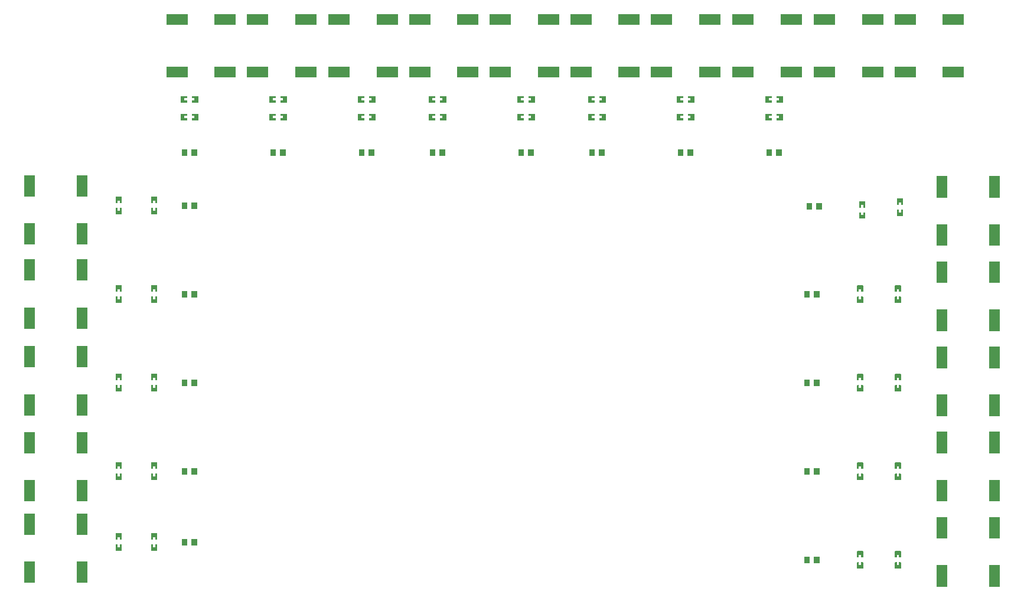
<source format=gtp>
G04 Layer: TopPasteMaskLayer*
G04 Gerber Generator version 0.2*
G04 Scale: 100 percent, Rotated: No, Reflected: No *
G04 Dimensions in millimeters *
G04 leading zeros omitted , absolute positions ,4 integer and 5 decimal *
%FSLAX45Y45*%
%MOMM*%

%ADD13R,1.5000X3.1000*%
%ADD14R,3.1000X1.5000*%

%LPD*%
G36*
X1230020Y5458510D02*
G01*
X1224991Y5453481D01*
X1224991Y5373522D01*
X1230020Y5368493D01*
X1252778Y5368493D01*
X1252778Y5405526D01*
X1285798Y5405526D01*
X1285798Y5368493D01*
X1309979Y5368493D01*
X1315008Y5373522D01*
X1315008Y5453481D01*
X1309979Y5458510D01*
G37*
G36*
X1230020Y5298490D02*
G01*
X1224991Y5293512D01*
X1224991Y5214518D01*
X1230020Y5209489D01*
X1309979Y5209489D01*
X1315008Y5214518D01*
X1315008Y5293512D01*
X1309979Y5298490D01*
X1285798Y5298490D01*
X1285798Y5260492D01*
X1252778Y5260492D01*
X1252778Y5298490D01*
G37*
G36*
X722020Y5458510D02*
G01*
X716991Y5453481D01*
X716991Y5373522D01*
X722020Y5368493D01*
X744778Y5368493D01*
X744778Y5405526D01*
X777798Y5405526D01*
X777798Y5368493D01*
X801979Y5368493D01*
X807008Y5373522D01*
X807008Y5453481D01*
X801979Y5458510D01*
G37*
G36*
X722020Y5298490D02*
G01*
X716991Y5293512D01*
X716991Y5214518D01*
X722020Y5209489D01*
X801979Y5209489D01*
X807008Y5214518D01*
X807008Y5293512D01*
X801979Y5298490D01*
X777798Y5298490D01*
X777798Y5260492D01*
X744778Y5260492D01*
X744778Y5298490D01*
G37*
G36*
X11380470Y5395010D02*
G01*
X11375491Y5389981D01*
X11375491Y5310022D01*
X11380470Y5304993D01*
X11403279Y5304993D01*
X11403279Y5342026D01*
X11436299Y5342026D01*
X11436299Y5304993D01*
X11460480Y5304993D01*
X11465458Y5310022D01*
X11465458Y5389981D01*
X11460480Y5395010D01*
G37*
G36*
X11380470Y5234990D02*
G01*
X11375491Y5230012D01*
X11375491Y5151018D01*
X11380470Y5145989D01*
X11460480Y5145989D01*
X11465458Y5151018D01*
X11465458Y5230012D01*
X11460480Y5234990D01*
X11436299Y5234990D01*
X11436299Y5196992D01*
X11403279Y5196992D01*
X11403279Y5234990D01*
G37*
G36*
X11923420Y5433110D02*
G01*
X11918391Y5428081D01*
X11918391Y5348122D01*
X11923420Y5343093D01*
X11946178Y5343093D01*
X11946178Y5380126D01*
X11979198Y5380126D01*
X11979198Y5343093D01*
X12003379Y5343093D01*
X12008408Y5348122D01*
X12008408Y5428081D01*
X12003379Y5433110D01*
G37*
G36*
X11923420Y5273090D02*
G01*
X11918391Y5268112D01*
X11918391Y5189118D01*
X11923420Y5184089D01*
X12003379Y5184089D01*
X12008408Y5189118D01*
X12008408Y5268112D01*
X12003379Y5273090D01*
X11979198Y5273090D01*
X11979198Y5235092D01*
X11946178Y5235092D01*
X11946178Y5273090D01*
G37*
G36*
X11351920Y4188510D02*
G01*
X11346891Y4183481D01*
X11346891Y4103522D01*
X11351920Y4098493D01*
X11374678Y4098493D01*
X11374678Y4135526D01*
X11407698Y4135526D01*
X11407698Y4098493D01*
X11431879Y4098493D01*
X11436908Y4103522D01*
X11436908Y4183481D01*
X11431879Y4188510D01*
G37*
G36*
X11351920Y4028490D02*
G01*
X11346891Y4023512D01*
X11346891Y3944518D01*
X11351920Y3939489D01*
X11431879Y3939489D01*
X11436908Y3944518D01*
X11436908Y4023512D01*
X11431879Y4028490D01*
X11407698Y4028490D01*
X11407698Y3990492D01*
X11374678Y3990492D01*
X11374678Y4028490D01*
G37*
G36*
X11894820Y4188510D02*
G01*
X11889841Y4183481D01*
X11889841Y4103522D01*
X11894820Y4098493D01*
X11917629Y4098493D01*
X11917629Y4135526D01*
X11950649Y4135526D01*
X11950649Y4098493D01*
X11974830Y4098493D01*
X11979808Y4103522D01*
X11979808Y4183481D01*
X11974830Y4188510D01*
G37*
G36*
X11894820Y4028490D02*
G01*
X11889841Y4023512D01*
X11889841Y3944518D01*
X11894820Y3939489D01*
X11974830Y3939489D01*
X11979808Y3944518D01*
X11979808Y4023512D01*
X11974830Y4028490D01*
X11950649Y4028490D01*
X11950649Y3990492D01*
X11917629Y3990492D01*
X11917629Y4028490D01*
G37*
G36*
X11351920Y2918510D02*
G01*
X11346891Y2913481D01*
X11346891Y2833522D01*
X11351920Y2828493D01*
X11374678Y2828493D01*
X11374678Y2865526D01*
X11407698Y2865526D01*
X11407698Y2828493D01*
X11431879Y2828493D01*
X11436908Y2833522D01*
X11436908Y2913481D01*
X11431879Y2918510D01*
G37*
G36*
X11351920Y2758490D02*
G01*
X11346891Y2753512D01*
X11346891Y2674518D01*
X11351920Y2669489D01*
X11431879Y2669489D01*
X11436908Y2674518D01*
X11436908Y2753512D01*
X11431879Y2758490D01*
X11407698Y2758490D01*
X11407698Y2720492D01*
X11374678Y2720492D01*
X11374678Y2758490D01*
G37*
G36*
X11894820Y2918510D02*
G01*
X11889841Y2913481D01*
X11889841Y2833522D01*
X11894820Y2828493D01*
X11917629Y2828493D01*
X11917629Y2865526D01*
X11950649Y2865526D01*
X11950649Y2828493D01*
X11974830Y2828493D01*
X11979808Y2833522D01*
X11979808Y2913481D01*
X11974830Y2918510D01*
G37*
G36*
X11894820Y2758490D02*
G01*
X11889841Y2753512D01*
X11889841Y2674518D01*
X11894820Y2669489D01*
X11974830Y2669489D01*
X11979808Y2674518D01*
X11979808Y2753512D01*
X11974830Y2758490D01*
X11950649Y2758490D01*
X11950649Y2720492D01*
X11917629Y2720492D01*
X11917629Y2758490D01*
G37*
G36*
X11894820Y1648510D02*
G01*
X11889841Y1643481D01*
X11889841Y1563522D01*
X11894820Y1558493D01*
X11917629Y1558493D01*
X11917629Y1595526D01*
X11950649Y1595526D01*
X11950649Y1558493D01*
X11974830Y1558493D01*
X11979808Y1563522D01*
X11979808Y1643481D01*
X11974830Y1648510D01*
G37*
G36*
X11894820Y1488490D02*
G01*
X11889841Y1483512D01*
X11889841Y1404518D01*
X11894820Y1399489D01*
X11974830Y1399489D01*
X11979808Y1404518D01*
X11979808Y1483512D01*
X11974830Y1488490D01*
X11950649Y1488490D01*
X11950649Y1450492D01*
X11917629Y1450492D01*
X11917629Y1488490D01*
G37*
G36*
X11351920Y1648510D02*
G01*
X11346891Y1643481D01*
X11346891Y1563522D01*
X11351920Y1558493D01*
X11374678Y1558493D01*
X11374678Y1595526D01*
X11407698Y1595526D01*
X11407698Y1558493D01*
X11431879Y1558493D01*
X11436908Y1563522D01*
X11436908Y1643481D01*
X11431879Y1648510D01*
G37*
G36*
X11351920Y1488490D02*
G01*
X11346891Y1483512D01*
X11346891Y1404518D01*
X11351920Y1399489D01*
X11431879Y1399489D01*
X11436908Y1404518D01*
X11436908Y1483512D01*
X11431879Y1488490D01*
X11407698Y1488490D01*
X11407698Y1450492D01*
X11374678Y1450492D01*
X11374678Y1488490D01*
G37*
G36*
X11894820Y378510D02*
G01*
X11889841Y373481D01*
X11889841Y293522D01*
X11894820Y288493D01*
X11917629Y288493D01*
X11917629Y325526D01*
X11950649Y325526D01*
X11950649Y288493D01*
X11974830Y288493D01*
X11979808Y293522D01*
X11979808Y373481D01*
X11974830Y378510D01*
G37*
G36*
X11894820Y218490D02*
G01*
X11889841Y213512D01*
X11889841Y134518D01*
X11894820Y129489D01*
X11974830Y129489D01*
X11979808Y134518D01*
X11979808Y213512D01*
X11974830Y218490D01*
X11950649Y218490D01*
X11950649Y180492D01*
X11917629Y180492D01*
X11917629Y218490D01*
G37*
G36*
X11351920Y378510D02*
G01*
X11346891Y373481D01*
X11346891Y293522D01*
X11351920Y288493D01*
X11374678Y288493D01*
X11374678Y325526D01*
X11407698Y325526D01*
X11407698Y288493D01*
X11431879Y288493D01*
X11436908Y293522D01*
X11436908Y373481D01*
X11431879Y378510D01*
G37*
G36*
X11351920Y218490D02*
G01*
X11346891Y213512D01*
X11346891Y134518D01*
X11351920Y129489D01*
X11431879Y129489D01*
X11436908Y134518D01*
X11436908Y213512D01*
X11431879Y218490D01*
X11407698Y218490D01*
X11407698Y180492D01*
X11374678Y180492D01*
X11374678Y218490D01*
G37*
G36*
X722020Y4188510D02*
G01*
X716991Y4183481D01*
X716991Y4103522D01*
X722020Y4098493D01*
X744778Y4098493D01*
X744778Y4135526D01*
X777798Y4135526D01*
X777798Y4098493D01*
X801979Y4098493D01*
X807008Y4103522D01*
X807008Y4183481D01*
X801979Y4188510D01*
G37*
G36*
X722020Y4028490D02*
G01*
X716991Y4023512D01*
X716991Y3944518D01*
X722020Y3939489D01*
X801979Y3939489D01*
X807008Y3944518D01*
X807008Y4023512D01*
X801979Y4028490D01*
X777798Y4028490D01*
X777798Y3990492D01*
X744778Y3990492D01*
X744778Y4028490D01*
G37*
G36*
X1230020Y4188510D02*
G01*
X1224991Y4183481D01*
X1224991Y4103522D01*
X1230020Y4098493D01*
X1252778Y4098493D01*
X1252778Y4135526D01*
X1285798Y4135526D01*
X1285798Y4098493D01*
X1309979Y4098493D01*
X1315008Y4103522D01*
X1315008Y4183481D01*
X1309979Y4188510D01*
G37*
G36*
X1230020Y4028490D02*
G01*
X1224991Y4023512D01*
X1224991Y3944518D01*
X1230020Y3939489D01*
X1309979Y3939489D01*
X1315008Y3944518D01*
X1315008Y4023512D01*
X1309979Y4028490D01*
X1285798Y4028490D01*
X1285798Y3990492D01*
X1252778Y3990492D01*
X1252778Y4028490D01*
G37*
G36*
X1230020Y2918510D02*
G01*
X1224991Y2913481D01*
X1224991Y2833522D01*
X1230020Y2828493D01*
X1252778Y2828493D01*
X1252778Y2865526D01*
X1285798Y2865526D01*
X1285798Y2828493D01*
X1309979Y2828493D01*
X1315008Y2833522D01*
X1315008Y2913481D01*
X1309979Y2918510D01*
G37*
G36*
X1230020Y2758490D02*
G01*
X1224991Y2753512D01*
X1224991Y2674518D01*
X1230020Y2669489D01*
X1309979Y2669489D01*
X1315008Y2674518D01*
X1315008Y2753512D01*
X1309979Y2758490D01*
X1285798Y2758490D01*
X1285798Y2720492D01*
X1252778Y2720492D01*
X1252778Y2758490D01*
G37*
G36*
X722020Y2918510D02*
G01*
X716991Y2913481D01*
X716991Y2833522D01*
X722020Y2828493D01*
X744778Y2828493D01*
X744778Y2865526D01*
X777798Y2865526D01*
X777798Y2828493D01*
X801979Y2828493D01*
X807008Y2833522D01*
X807008Y2913481D01*
X801979Y2918510D01*
G37*
G36*
X722020Y2758490D02*
G01*
X716991Y2753512D01*
X716991Y2674518D01*
X722020Y2669489D01*
X801979Y2669489D01*
X807008Y2674518D01*
X807008Y2753512D01*
X801979Y2758490D01*
X777798Y2758490D01*
X777798Y2720492D01*
X744778Y2720492D01*
X744778Y2758490D01*
G37*
G36*
X722020Y1648510D02*
G01*
X716991Y1643481D01*
X716991Y1563522D01*
X722020Y1558493D01*
X744778Y1558493D01*
X744778Y1595526D01*
X777798Y1595526D01*
X777798Y1558493D01*
X801979Y1558493D01*
X807008Y1563522D01*
X807008Y1643481D01*
X801979Y1648510D01*
G37*
G36*
X722020Y1488490D02*
G01*
X716991Y1483512D01*
X716991Y1404518D01*
X722020Y1399489D01*
X801979Y1399489D01*
X807008Y1404518D01*
X807008Y1483512D01*
X801979Y1488490D01*
X777798Y1488490D01*
X777798Y1450492D01*
X744778Y1450492D01*
X744778Y1488490D01*
G37*
G36*
X1230020Y1648510D02*
G01*
X1224991Y1643481D01*
X1224991Y1563522D01*
X1230020Y1558493D01*
X1252778Y1558493D01*
X1252778Y1595526D01*
X1285798Y1595526D01*
X1285798Y1558493D01*
X1309979Y1558493D01*
X1315008Y1563522D01*
X1315008Y1643481D01*
X1309979Y1648510D01*
G37*
G36*
X1230020Y1488490D02*
G01*
X1224991Y1483512D01*
X1224991Y1404518D01*
X1230020Y1399489D01*
X1309979Y1399489D01*
X1315008Y1404518D01*
X1315008Y1483512D01*
X1309979Y1488490D01*
X1285798Y1488490D01*
X1285798Y1450492D01*
X1252778Y1450492D01*
X1252778Y1488490D01*
G37*
G36*
X722020Y632510D02*
G01*
X716991Y627481D01*
X716991Y547522D01*
X722020Y542493D01*
X744778Y542493D01*
X744778Y579526D01*
X777798Y579526D01*
X777798Y542493D01*
X801979Y542493D01*
X807008Y547522D01*
X807008Y627481D01*
X801979Y632510D01*
G37*
G36*
X722020Y472490D02*
G01*
X716991Y467512D01*
X716991Y388518D01*
X722020Y383489D01*
X801979Y383489D01*
X807008Y388518D01*
X807008Y467512D01*
X801979Y472490D01*
X777798Y472490D01*
X777798Y434492D01*
X744778Y434492D01*
X744778Y472490D01*
G37*
G36*
X1230020Y632510D02*
G01*
X1224991Y627481D01*
X1224991Y547522D01*
X1230020Y542493D01*
X1252778Y542493D01*
X1252778Y579526D01*
X1285798Y579526D01*
X1285798Y542493D01*
X1309979Y542493D01*
X1315008Y547522D01*
X1315008Y627481D01*
X1309979Y632510D01*
G37*
G36*
X1230020Y472490D02*
G01*
X1224991Y467512D01*
X1224991Y388518D01*
X1230020Y383489D01*
X1309979Y383489D01*
X1315008Y388518D01*
X1315008Y467512D01*
X1309979Y472490D01*
X1285798Y472490D01*
X1285798Y434492D01*
X1252778Y434492D01*
X1252778Y472490D01*
G37*
G36*
X1817522Y6649008D02*
G01*
X1812493Y6643979D01*
X1812493Y6621221D01*
X1849526Y6621221D01*
X1849526Y6588201D01*
X1812493Y6588201D01*
X1812493Y6564020D01*
X1817522Y6558991D01*
X1897481Y6558991D01*
X1902510Y6564020D01*
X1902510Y6643979D01*
X1897481Y6649008D01*
G37*
G36*
X1658518Y6649008D02*
G01*
X1653489Y6643979D01*
X1653489Y6564020D01*
X1658518Y6558991D01*
X1737512Y6558991D01*
X1742490Y6564020D01*
X1742490Y6588201D01*
X1704492Y6588201D01*
X1704492Y6621221D01*
X1742490Y6621221D01*
X1742490Y6643979D01*
X1737512Y6649008D01*
G37*
G36*
X1817522Y6903008D02*
G01*
X1812493Y6897979D01*
X1812493Y6875221D01*
X1849526Y6875221D01*
X1849526Y6842201D01*
X1812493Y6842201D01*
X1812493Y6818020D01*
X1817522Y6812991D01*
X1897481Y6812991D01*
X1902510Y6818020D01*
X1902510Y6897979D01*
X1897481Y6903008D01*
G37*
G36*
X1658518Y6903008D02*
G01*
X1653489Y6897979D01*
X1653489Y6818020D01*
X1658518Y6812991D01*
X1737512Y6812991D01*
X1742490Y6818020D01*
X1742490Y6842201D01*
X1704492Y6842201D01*
X1704492Y6875221D01*
X1742490Y6875221D01*
X1742490Y6897979D01*
X1737512Y6903008D01*
G37*
G36*
X3087522Y6903008D02*
G01*
X3082493Y6897979D01*
X3082493Y6875221D01*
X3119475Y6875221D01*
X3119475Y6842201D01*
X3082493Y6842201D01*
X3082493Y6818020D01*
X3087522Y6812991D01*
X3167481Y6812991D01*
X3172510Y6818020D01*
X3172510Y6897979D01*
X3167481Y6903008D01*
G37*
G36*
X2928518Y6903008D02*
G01*
X2923489Y6897979D01*
X2923489Y6818020D01*
X2928518Y6812991D01*
X3007512Y6812991D01*
X3012490Y6818020D01*
X3012490Y6842201D01*
X2974492Y6842201D01*
X2974492Y6875221D01*
X3012490Y6875221D01*
X3012490Y6897979D01*
X3007512Y6903008D01*
G37*
G36*
X3087522Y6649008D02*
G01*
X3082493Y6643979D01*
X3082493Y6621221D01*
X3119475Y6621221D01*
X3119475Y6588201D01*
X3082493Y6588201D01*
X3082493Y6564020D01*
X3087522Y6558991D01*
X3167481Y6558991D01*
X3172510Y6564020D01*
X3172510Y6643979D01*
X3167481Y6649008D01*
G37*
G36*
X2928518Y6649008D02*
G01*
X2923489Y6643979D01*
X2923489Y6564020D01*
X2928518Y6558991D01*
X3007512Y6558991D01*
X3012490Y6564020D01*
X3012490Y6588201D01*
X2974492Y6588201D01*
X2974492Y6621221D01*
X3012490Y6621221D01*
X3012490Y6643979D01*
X3007512Y6649008D01*
G37*
G36*
X4357522Y6903008D02*
G01*
X4352493Y6897979D01*
X4352493Y6875221D01*
X4389475Y6875221D01*
X4389475Y6842201D01*
X4352493Y6842201D01*
X4352493Y6818020D01*
X4357522Y6812991D01*
X4437481Y6812991D01*
X4442510Y6818020D01*
X4442510Y6897979D01*
X4437481Y6903008D01*
G37*
G36*
X4198518Y6903008D02*
G01*
X4193489Y6897979D01*
X4193489Y6818020D01*
X4198518Y6812991D01*
X4277512Y6812991D01*
X4282490Y6818020D01*
X4282490Y6842201D01*
X4244492Y6842201D01*
X4244492Y6875221D01*
X4282490Y6875221D01*
X4282490Y6897979D01*
X4277512Y6903008D01*
G37*
G36*
X4357522Y6649008D02*
G01*
X4352493Y6643979D01*
X4352493Y6621221D01*
X4389475Y6621221D01*
X4389475Y6588201D01*
X4352493Y6588201D01*
X4352493Y6564020D01*
X4357522Y6558991D01*
X4437481Y6558991D01*
X4442510Y6564020D01*
X4442510Y6643979D01*
X4437481Y6649008D01*
G37*
G36*
X4198518Y6649008D02*
G01*
X4193489Y6643979D01*
X4193489Y6564020D01*
X4198518Y6558991D01*
X4277512Y6558991D01*
X4282490Y6564020D01*
X4282490Y6588201D01*
X4244492Y6588201D01*
X4244492Y6621221D01*
X4282490Y6621221D01*
X4282490Y6643979D01*
X4277512Y6649008D01*
G37*
G36*
X5373522Y6903008D02*
G01*
X5368493Y6897979D01*
X5368493Y6875221D01*
X5405475Y6875221D01*
X5405475Y6842201D01*
X5368493Y6842201D01*
X5368493Y6818020D01*
X5373522Y6812991D01*
X5453481Y6812991D01*
X5458510Y6818020D01*
X5458510Y6897979D01*
X5453481Y6903008D01*
G37*
G36*
X5214518Y6903008D02*
G01*
X5209489Y6897979D01*
X5209489Y6818020D01*
X5214518Y6812991D01*
X5293512Y6812991D01*
X5298490Y6818020D01*
X5298490Y6842201D01*
X5260492Y6842201D01*
X5260492Y6875221D01*
X5298490Y6875221D01*
X5298490Y6897979D01*
X5293512Y6903008D01*
G37*
G36*
X5373522Y6649008D02*
G01*
X5368493Y6643979D01*
X5368493Y6621221D01*
X5405475Y6621221D01*
X5405475Y6588201D01*
X5368493Y6588201D01*
X5368493Y6564020D01*
X5373522Y6558991D01*
X5453481Y6558991D01*
X5458510Y6564020D01*
X5458510Y6643979D01*
X5453481Y6649008D01*
G37*
G36*
X5214518Y6649008D02*
G01*
X5209489Y6643979D01*
X5209489Y6564020D01*
X5214518Y6558991D01*
X5293512Y6558991D01*
X5298490Y6564020D01*
X5298490Y6588201D01*
X5260492Y6588201D01*
X5260492Y6621221D01*
X5298490Y6621221D01*
X5298490Y6643979D01*
X5293512Y6649008D01*
G37*
G36*
X6643522Y6903008D02*
G01*
X6638493Y6897979D01*
X6638493Y6875221D01*
X6675475Y6875221D01*
X6675475Y6842201D01*
X6638493Y6842201D01*
X6638493Y6818020D01*
X6643522Y6812991D01*
X6723481Y6812991D01*
X6728510Y6818020D01*
X6728510Y6897979D01*
X6723481Y6903008D01*
G37*
G36*
X6484518Y6903008D02*
G01*
X6479489Y6897979D01*
X6479489Y6818020D01*
X6484518Y6812991D01*
X6563512Y6812991D01*
X6568490Y6818020D01*
X6568490Y6842201D01*
X6530492Y6842201D01*
X6530492Y6875221D01*
X6568490Y6875221D01*
X6568490Y6897979D01*
X6563512Y6903008D01*
G37*
G36*
X6643522Y6649008D02*
G01*
X6638493Y6643979D01*
X6638493Y6621221D01*
X6675475Y6621221D01*
X6675475Y6588201D01*
X6638493Y6588201D01*
X6638493Y6564020D01*
X6643522Y6558991D01*
X6723481Y6558991D01*
X6728510Y6564020D01*
X6728510Y6643979D01*
X6723481Y6649008D01*
G37*
G36*
X6484518Y6649008D02*
G01*
X6479489Y6643979D01*
X6479489Y6564020D01*
X6484518Y6558991D01*
X6563512Y6558991D01*
X6568490Y6564020D01*
X6568490Y6588201D01*
X6530492Y6588201D01*
X6530492Y6621221D01*
X6568490Y6621221D01*
X6568490Y6643979D01*
X6563512Y6649008D01*
G37*
G36*
X7659522Y6903008D02*
G01*
X7654493Y6897979D01*
X7654493Y6875221D01*
X7691475Y6875221D01*
X7691475Y6842201D01*
X7654493Y6842201D01*
X7654493Y6818020D01*
X7659522Y6812991D01*
X7739481Y6812991D01*
X7744510Y6818020D01*
X7744510Y6897979D01*
X7739481Y6903008D01*
G37*
G36*
X7500518Y6903008D02*
G01*
X7495489Y6897979D01*
X7495489Y6818020D01*
X7500518Y6812991D01*
X7579512Y6812991D01*
X7584490Y6818020D01*
X7584490Y6842201D01*
X7546492Y6842201D01*
X7546492Y6875221D01*
X7584490Y6875221D01*
X7584490Y6897979D01*
X7579512Y6903008D01*
G37*
G36*
X7659522Y6649008D02*
G01*
X7654493Y6643979D01*
X7654493Y6621221D01*
X7691475Y6621221D01*
X7691475Y6588201D01*
X7654493Y6588201D01*
X7654493Y6564020D01*
X7659522Y6558991D01*
X7739481Y6558991D01*
X7744510Y6564020D01*
X7744510Y6643979D01*
X7739481Y6649008D01*
G37*
G36*
X7500518Y6649008D02*
G01*
X7495489Y6643979D01*
X7495489Y6564020D01*
X7500518Y6558991D01*
X7579512Y6558991D01*
X7584490Y6564020D01*
X7584490Y6588201D01*
X7546492Y6588201D01*
X7546492Y6621221D01*
X7584490Y6621221D01*
X7584490Y6643979D01*
X7579512Y6649008D01*
G37*
G36*
X8929522Y6903008D02*
G01*
X8924493Y6897979D01*
X8924493Y6875221D01*
X8961475Y6875221D01*
X8961475Y6842201D01*
X8924493Y6842201D01*
X8924493Y6818020D01*
X8929522Y6812991D01*
X9009481Y6812991D01*
X9014510Y6818020D01*
X9014510Y6897979D01*
X9009481Y6903008D01*
G37*
G36*
X8770518Y6903008D02*
G01*
X8765489Y6897979D01*
X8765489Y6818020D01*
X8770518Y6812991D01*
X8849512Y6812991D01*
X8854490Y6818020D01*
X8854490Y6842201D01*
X8816492Y6842201D01*
X8816492Y6875221D01*
X8854490Y6875221D01*
X8854490Y6897979D01*
X8849512Y6903008D01*
G37*
G36*
X8929522Y6649008D02*
G01*
X8924493Y6643979D01*
X8924493Y6621221D01*
X8961475Y6621221D01*
X8961475Y6588201D01*
X8924493Y6588201D01*
X8924493Y6564020D01*
X8929522Y6558991D01*
X9009481Y6558991D01*
X9014510Y6564020D01*
X9014510Y6643979D01*
X9009481Y6649008D01*
G37*
G36*
X8770518Y6649008D02*
G01*
X8765489Y6643979D01*
X8765489Y6564020D01*
X8770518Y6558991D01*
X8849512Y6558991D01*
X8854490Y6564020D01*
X8854490Y6588201D01*
X8816492Y6588201D01*
X8816492Y6621221D01*
X8854490Y6621221D01*
X8854490Y6643979D01*
X8849512Y6649008D01*
G37*
G36*
X10199522Y6903008D02*
G01*
X10194493Y6897979D01*
X10194493Y6875221D01*
X10231475Y6875221D01*
X10231475Y6842201D01*
X10194493Y6842201D01*
X10194493Y6818020D01*
X10199522Y6812991D01*
X10279481Y6812991D01*
X10284510Y6818020D01*
X10284510Y6897979D01*
X10279481Y6903008D01*
G37*
G36*
X10040518Y6903008D02*
G01*
X10035489Y6897979D01*
X10035489Y6818020D01*
X10040518Y6812991D01*
X10119512Y6812991D01*
X10124490Y6818020D01*
X10124490Y6842201D01*
X10086492Y6842201D01*
X10086492Y6875221D01*
X10124490Y6875221D01*
X10124490Y6897979D01*
X10119512Y6903008D01*
G37*
G36*
X10199522Y6649008D02*
G01*
X10194493Y6643979D01*
X10194493Y6621221D01*
X10231475Y6621221D01*
X10231475Y6588201D01*
X10194493Y6588201D01*
X10194493Y6564020D01*
X10199522Y6558991D01*
X10279481Y6558991D01*
X10284510Y6564020D01*
X10284510Y6643979D01*
X10279481Y6649008D01*
G37*
G36*
X10040518Y6649008D02*
G01*
X10035489Y6643979D01*
X10035489Y6564020D01*
X10040518Y6558991D01*
X10119512Y6558991D01*
X10124490Y6564020D01*
X10124490Y6588201D01*
X10086492Y6588201D01*
X10086492Y6621221D01*
X10124490Y6621221D01*
X10124490Y6643979D01*
X10119512Y6649008D01*
G37*
G36*
X1807999Y5379001D02*
G01*
X1887999Y5379001D01*
X1887999Y5288998D01*
X1807999Y5288998D01*
G37*
G36*
X1668000Y5379001D02*
G01*
X1748000Y5379001D01*
X1748000Y5288998D01*
X1668000Y5288998D01*
G37*
G36*
X10764674Y5366301D02*
G01*
X10844674Y5366301D01*
X10844674Y5276298D01*
X10764674Y5276298D01*
G37*
G36*
X10624675Y5366301D02*
G01*
X10704675Y5366301D01*
X10704675Y5276298D01*
X10624675Y5276298D01*
G37*
G36*
X10729749Y4109001D02*
G01*
X10809749Y4109001D01*
X10809749Y4018998D01*
X10729749Y4018998D01*
G37*
G36*
X10589750Y4109001D02*
G01*
X10669750Y4109001D01*
X10669750Y4018998D01*
X10589750Y4018998D01*
G37*
G36*
X10729749Y2839001D02*
G01*
X10809749Y2839001D01*
X10809749Y2748998D01*
X10729749Y2748998D01*
G37*
G36*
X10589750Y2839001D02*
G01*
X10669750Y2839001D01*
X10669750Y2748998D01*
X10589750Y2748998D01*
G37*
G36*
X10729749Y1569001D02*
G01*
X10809749Y1569001D01*
X10809749Y1478998D01*
X10729749Y1478998D01*
G37*
G36*
X10589750Y1569001D02*
G01*
X10669750Y1569001D01*
X10669750Y1478998D01*
X10589750Y1478998D01*
G37*
G36*
X10729749Y299001D02*
G01*
X10809749Y299001D01*
X10809749Y208998D01*
X10729749Y208998D01*
G37*
G36*
X10589750Y299001D02*
G01*
X10669750Y299001D01*
X10669750Y208998D01*
X10589750Y208998D01*
G37*
G36*
X1807999Y4109001D02*
G01*
X1887999Y4109001D01*
X1887999Y4018998D01*
X1807999Y4018998D01*
G37*
G36*
X1668000Y4109001D02*
G01*
X1748000Y4109001D01*
X1748000Y4018998D01*
X1668000Y4018998D01*
G37*
G36*
X1807999Y2839001D02*
G01*
X1887999Y2839001D01*
X1887999Y2748998D01*
X1807999Y2748998D01*
G37*
G36*
X1668000Y2839001D02*
G01*
X1748000Y2839001D01*
X1748000Y2748998D01*
X1668000Y2748998D01*
G37*
G36*
X1807999Y1569001D02*
G01*
X1887999Y1569001D01*
X1887999Y1478998D01*
X1807999Y1478998D01*
G37*
G36*
X1668000Y1569001D02*
G01*
X1748000Y1569001D01*
X1748000Y1478998D01*
X1668000Y1478998D01*
G37*
G36*
X1807999Y553001D02*
G01*
X1887999Y553001D01*
X1887999Y462998D01*
X1807999Y462998D01*
G37*
G36*
X1668000Y553001D02*
G01*
X1748000Y553001D01*
X1748000Y462998D01*
X1668000Y462998D01*
G37*
G36*
X1807999Y6141001D02*
G01*
X1887999Y6141001D01*
X1887999Y6050998D01*
X1807999Y6050998D01*
G37*
G36*
X1668000Y6141001D02*
G01*
X1748000Y6141001D01*
X1748000Y6050998D01*
X1668000Y6050998D01*
G37*
G36*
X3077999Y6141001D02*
G01*
X3157999Y6141001D01*
X3157999Y6050998D01*
X3077999Y6050998D01*
G37*
G36*
X2938000Y6141001D02*
G01*
X3018000Y6141001D01*
X3018000Y6050998D01*
X2938000Y6050998D01*
G37*
G36*
X4347999Y6141001D02*
G01*
X4427999Y6141001D01*
X4427999Y6050998D01*
X4347999Y6050998D01*
G37*
G36*
X4208000Y6141001D02*
G01*
X4288000Y6141001D01*
X4288000Y6050998D01*
X4208000Y6050998D01*
G37*
G36*
X5363999Y6141001D02*
G01*
X5443999Y6141001D01*
X5443999Y6050998D01*
X5363999Y6050998D01*
G37*
G36*
X5224000Y6141001D02*
G01*
X5304000Y6141001D01*
X5304000Y6050998D01*
X5224000Y6050998D01*
G37*
G36*
X6633999Y6141001D02*
G01*
X6713999Y6141001D01*
X6713999Y6050998D01*
X6633999Y6050998D01*
G37*
G36*
X6494000Y6141001D02*
G01*
X6574000Y6141001D01*
X6574000Y6050998D01*
X6494000Y6050998D01*
G37*
G36*
X7649999Y6141001D02*
G01*
X7729999Y6141001D01*
X7729999Y6050998D01*
X7649999Y6050998D01*
G37*
G36*
X7510000Y6141001D02*
G01*
X7590000Y6141001D01*
X7590000Y6050998D01*
X7510000Y6050998D01*
G37*
G36*
X8919999Y6141001D02*
G01*
X8999999Y6141001D01*
X8999999Y6050998D01*
X8919999Y6050998D01*
G37*
G36*
X8780000Y6141001D02*
G01*
X8860000Y6141001D01*
X8860000Y6050998D01*
X8780000Y6050998D01*
G37*
G36*
X10189999Y6141001D02*
G01*
X10269999Y6141001D01*
X10269999Y6050998D01*
X10189999Y6050998D01*
G37*
G36*
X10050000Y6141001D02*
G01*
X10130000Y6141001D01*
X10130000Y6050998D01*
X10050000Y6050998D01*
G37*
G36*
X12491303Y178300D02*
G01*
X12641305Y178300D01*
X12641305Y-131701D01*
X12491303Y-131701D01*
G37*
G36*
X13241304Y868301D02*
G01*
X13391306Y868301D01*
X13391306Y558299D01*
X13241304Y558299D01*
G37*
G36*
X12491303Y868301D02*
G01*
X12641305Y868301D01*
X12641305Y558299D01*
X12491303Y558299D01*
G37*
G36*
X13241304Y178300D02*
G01*
X13391306Y178300D01*
X13391306Y-131701D01*
X13241304Y-131701D01*
G37*
G36*
X12491303Y1400675D02*
G01*
X12641305Y1400675D01*
X12641305Y1090673D01*
X12491303Y1090673D01*
G37*
G36*
X13241304Y2090676D02*
G01*
X13391306Y2090676D01*
X13391306Y1780674D01*
X13241304Y1780674D01*
G37*
G36*
X12491303Y2090676D02*
G01*
X12641305Y2090676D01*
X12641305Y1780674D01*
X12491303Y1780674D01*
G37*
G36*
X13241304Y1400675D02*
G01*
X13391306Y1400675D01*
X13391306Y1090673D01*
X13241304Y1090673D01*
G37*
G36*
X12491303Y2623050D02*
G01*
X12641305Y2623050D01*
X12641305Y2313048D01*
X12491303Y2313048D01*
G37*
G36*
X13241304Y3313051D02*
G01*
X13391306Y3313051D01*
X13391306Y3003049D01*
X13241304Y3003049D01*
G37*
G36*
X12491303Y3313051D02*
G01*
X12641305Y3313051D01*
X12641305Y3003049D01*
X12491303Y3003049D01*
G37*
G36*
X13241304Y2623050D02*
G01*
X13391306Y2623050D01*
X13391306Y2313048D01*
X13241304Y2313048D01*
G37*
G36*
X12491303Y3845425D02*
G01*
X12641305Y3845425D01*
X12641305Y3535423D01*
X12491303Y3535423D01*
G37*
G36*
X13241304Y4535426D02*
G01*
X13391306Y4535426D01*
X13391306Y4225424D01*
X13241304Y4225424D01*
G37*
G36*
X12491303Y4535426D02*
G01*
X12641305Y4535426D01*
X12641305Y4225424D01*
X12491303Y4225424D01*
G37*
G36*
X13241304Y3845425D02*
G01*
X13391306Y3845425D01*
X13391306Y3535423D01*
X13241304Y3535423D01*
G37*
G36*
X12491303Y5067800D02*
G01*
X12641305Y5067800D01*
X12641305Y4757798D01*
X12491303Y4757798D01*
G37*
G36*
X13241304Y5757801D02*
G01*
X13391306Y5757801D01*
X13391306Y5447799D01*
X13241304Y5447799D01*
G37*
G36*
X12491303Y5757801D02*
G01*
X12641305Y5757801D01*
X12641305Y5447799D01*
X12491303Y5447799D01*
G37*
G36*
X13241304Y5067800D02*
G01*
X13391306Y5067800D01*
X13391306Y4757798D01*
X13241304Y4757798D01*
G37*
D13*
G01*
X235305Y5615508D03*
G01*
X-514705Y4925491D03*
G01*
X235305Y4925491D03*
G01*
X-514705Y5615508D03*
G01*
X235305Y4409008D03*
G01*
X-514705Y3718991D03*
G01*
X235305Y3718991D03*
G01*
X-514705Y4409008D03*
G01*
X235305Y3164408D03*
G01*
X-514705Y2474391D03*
G01*
X235305Y2474391D03*
G01*
X-514705Y3164408D03*
G01*
X235305Y1932508D03*
G01*
X-514705Y1242491D03*
G01*
X235305Y1242491D03*
G01*
X-514705Y1932508D03*
G01*
X235305Y764108D03*
G01*
X-514705Y74091D03*
G01*
X235305Y74091D03*
G01*
X-514705Y764108D03*
D14*
G01*
X2288108Y7250937D03*
G01*
X1598091Y8000949D03*
G01*
X1598091Y7250937D03*
G01*
X2288108Y8000949D03*
G01*
X3443808Y7250937D03*
G01*
X2753791Y8000949D03*
G01*
X2753791Y7250937D03*
G01*
X3443808Y8000949D03*
G01*
X4612208Y7250937D03*
G01*
X3922191Y8000949D03*
G01*
X3922191Y7250937D03*
G01*
X4612208Y8000949D03*
G01*
X5767908Y7250937D03*
G01*
X5077891Y8000949D03*
G01*
X5077891Y7250937D03*
G01*
X5767908Y8000949D03*
G01*
X6923608Y7250937D03*
G01*
X6233591Y8000949D03*
G01*
X6233591Y7250937D03*
G01*
X6923608Y8000949D03*
G01*
X8079308Y7250937D03*
G01*
X7389291Y8000949D03*
G01*
X7389291Y7250937D03*
G01*
X8079308Y8000949D03*
G01*
X9235008Y7250937D03*
G01*
X8544991Y8000949D03*
G01*
X8544991Y7250937D03*
G01*
X9235008Y8000949D03*
G01*
X10403408Y7250937D03*
G01*
X9713391Y8000949D03*
G01*
X9713391Y7250937D03*
G01*
X10403408Y8000949D03*
G01*
X11571808Y7250937D03*
G01*
X10881791Y8000949D03*
G01*
X10881791Y7250937D03*
G01*
X11571808Y8000949D03*
G01*
X12727508Y7250937D03*
G01*
X12037491Y8000949D03*
G01*
X12037491Y7250937D03*
G01*
X12727508Y8000949D03*
M02*

</source>
